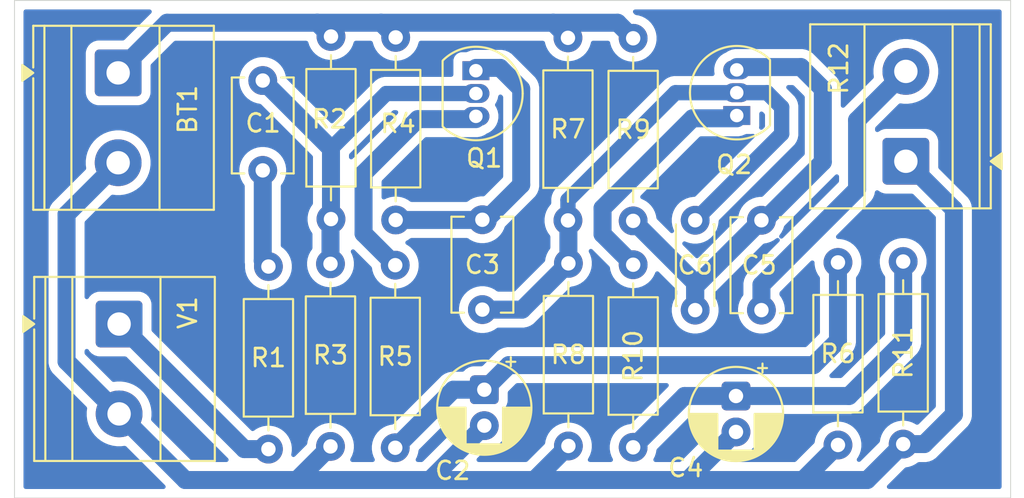
<source format=kicad_pcb>
(kicad_pcb (version 20241229) (generator "pcbnew") (generator_version "9.0")
  (title_block (title "Amplifier"))
  (layers (0 "F.Cu" signal) (2 "B.Cu" signal) (13 "F.Paste" user) (15 "B.Paste" user) (5 "F.SilkS" user "F.Silkscreen") (7 "B.SilkS" user "B.Silkscreen") (1 "F.Mask" user) (3 "B.Mask" user) (25 "Edge.Cuts" user))
  (net 0 "")
  (net 1 "GND")
  (net 2 "Net-(BT1-+)")
  (net 3 "Net-(C1-Pad1)")
  (net 4 "Net-(Q1-B)")
  (net 5 "Net-(C2-Pad1)")
  (net 6 "Net-(Q2-B)")
  (net 7 "Net-(Q1-C)")
  (net 8 "Net-(C4-Pad1)")
  (net 9 "Net-(Q2-C)")
  (net 10 "Net-(C5-Pad1)")
  (net 11 "Net-(Q1-E)")
  (net 12 "Net-(Q2-E)")
  (net 13 "Net-(R1-Pad1)")
  (footprint "Resistor_THT:R_Axial_DIN0207_L6.3mm_D2.5mm_P10.16mm_Horizontal" (layer "F.Cu") (at 105.41 61.697 90)
    (property "Reference" "R9" (at 5.08 0 180) (layer "F.SilkS"))
    (property "Value" "6K")
    (fp_line (start 9.12 0) (end 8.35 0) (stroke (width 0.12)) (layer "F.SilkS"))
    (fp_line (start 1.04 0) (end 1.81 0) (stroke (width 0.12)) (layer "F.SilkS"))
    (fp_rect (start 1.81 -1.37) (end 8.35 1.37) (stroke (width 0.12)) (fill no) (layer "F.SilkS"))
    (pad "1" thru_hole circle (at 0 0 90) (size 1.6 1.6) (drill 0.8) (layers "*.Cu" "*.Mask") (net 9 "Net-(Q2-C)"))
    (pad "2" thru_hole circle (at 10.16 0 90) (size 1.6 1.6) (drill 0.8) (layers "*.Cu" "*.Mask") (net 2 "Net-(BT1-+)"))
  )
  (footprint "Resistor_THT:R_Axial_DIN0207_L6.3mm_D2.5mm_P10.16mm_Horizontal" (layer "F.Cu") (at 88.6125 61.597 90)
    (property "Reference" "R2" (at 5.561 -0.0825 180) (layer "F.SilkS"))
    (property "Value" "25K")
    (fp_line (start 9.12 0) (end 8.35 0) (stroke (width 0.12)) (layer "F.SilkS"))
    (fp_line (start 1.04 0) (end 1.81 0) (stroke (width 0.12)) (layer "F.SilkS"))
    (fp_rect (start 1.81 -1.37) (end 8.35 1.37) (stroke (width 0.12)) (fill no) (layer "F.SilkS"))
    (pad "1" thru_hole circle (at 0 0 90) (size 1.6 1.6) (drill 0.8) (layers "*.Cu" "*.Mask") (net 4 "Net-(Q1-B)"))
    (pad "2" thru_hole circle (at 10.16 0 90) (size 1.6 1.6) (drill 0.8) (layers "*.Cu" "*.Mask") (net 2 "Net-(BT1-+)"))
  )
  (footprint "Capacitor_THT:C_Disc_D5.1mm_W3.2mm_P5.00mm" (layer "F.Cu") (at 97.028 61.635 -90)
    (property "Reference" "C3" (at 2.5 0 0) (layer "F.SilkS"))
    (property "Value" "10 uF")
    (fp_line (start -0.17 1.72) (end -0.17 1.026) (stroke (width 0.12)) (layer "F.SilkS"))
    (fp_line (start 5.17 1.72) (end -0.17 1.72) (stroke (width 0.12)) (layer "F.SilkS"))
    (fp_line (start 5.17 1.026) (end 5.17 1.72) (stroke (width 0.12)) (layer "F.SilkS"))
    (fp_line (start -0.17 -1.026) (end -0.17 -1.72) (stroke (width 0.12)) (layer "F.SilkS"))
    (fp_line (start -0.17 -1.72) (end 5.17 -1.72) (stroke (width 0.12)) (layer "F.SilkS"))
    (fp_line (start 5.17 -1.72) (end 5.17 -1.026) (stroke (width 0.12)) (layer "F.SilkS"))
    (pad "1" thru_hole circle (at 0 0 270) (size 1.6 1.6) (drill 0.8) (layers "*.Cu" "*.Mask") (net 7 "Net-(Q1-C)"))
    (pad "2" thru_hole circle (at 5 0 270) (size 1.6 1.6) (drill 0.8) (layers "*.Cu" "*.Mask") (net 6 "Net-(Q2-B)"))
  )
  (footprint "Capacitor_THT:CP_Radial_D5.0mm_P2.00mm" (layer "F.Cu") (at 97.135 71.092 -90)
    (property "Reference" "C2" (at 4.502 1.758 0) (layer "F.SilkS"))
    (property "Value" "30 uF")
    (fp_line (start 1 1.04) (end 1 2.58) (stroke (width 0.12)) (layer "F.SilkS"))
    (fp_line (start 1.04 1.04) (end 1.04 2.58) (stroke (width 0.12)) (layer "F.SilkS"))
    (fp_line (start 1.08 1.04) (end 1.08 2.579) (stroke (width 0.12)) (layer "F.SilkS"))
    (fp_line (start 1.12 1.04) (end 1.12 2.577) (stroke (width 0.12)) (layer "F.SilkS"))
    (fp_line (start 1.16 1.04) (end 1.16 2.575) (stroke (width 0.12)) (layer "F.SilkS"))
    (fp_line (start 1.2 1.04) (end 1.2 2.572) (stroke (width 0.12)) (layer "F.SilkS"))
    (fp_line (start 1.24 1.04) (end 1.24 2.569) (stroke (width 0.12)) (layer "F.SilkS"))
    (fp_line (start 1.28 1.04) (end 1.28 2.565) (stroke (width 0.12)) (layer "F.SilkS"))
    (fp_line (start 1.32 1.04) (end 1.32 2.56) (stroke (width 0.12)) (layer "F.SilkS"))
    (fp_line (start 1.36 1.04) (end 1.36 2.555) (stroke (width 0.12)) (layer "F.SilkS"))
    (fp_line (start 1.4 1.04) (end 1.4 2.549) (stroke (width 0.12)) (layer "F.SilkS"))
    (fp_line (start 1.44 1.04) (end 1.44 2.543) (stroke (width 0.12)) (layer "F.SilkS"))
    (fp_line (start 1.48 1.04) (end 1.48 2.536) (stroke (width 0.12)) (layer "F.SilkS"))
    (fp_line (start 1.52 1.04) (end 1.52 2.528) (stroke (width 0.12)) (layer "F.SilkS"))
    (fp_line (start 1.56 1.04) (end 1.56 2.519) (stroke (width 0.12)) (layer "F.SilkS"))
    (fp_line (start 1.6 1.04) (end 1.6 2.51) (stroke (width 0.12)) (layer "F.SilkS"))
    (fp_line (start 1.64 1.04) (end 1.64 2.501) (stroke (width 0.12)) (layer "F.SilkS"))
    (fp_line (start 1.68 1.04) (end 1.68 2.49) (stroke (width 0.12)) (layer "F.SilkS"))
    (fp_line (start 1.72 1.04) (end 1.72 2.479) (stroke (width 0.12)) (layer "F.SilkS"))
    (fp_line (start 1.76 1.04) (end 1.76 2.467) (stroke (width 0.12)) (layer "F.SilkS"))
    (fp_line (start 1.8 1.04) (end 1.8 2.455) (stroke (width 0.12)) (layer "F.SilkS"))
    (fp_line (start 1.84 1.04) (end 1.84 2.442) (stroke (width 0.12)) (layer "F.SilkS"))
    (fp_line (start 1.88 1.04) (end 1.88 2.428) (stroke (width 0.12)) (layer "F.SilkS"))
    (fp_line (start 1.92 1.04) (end 1.92 2.413) (stroke (width 0.12)) (layer "F.SilkS"))
    (fp_line (start 1.96 1.04) (end 1.96 2.398) (stroke (width 0.12)) (layer "F.SilkS"))
    (fp_line (start 2 1.04) (end 2 2.382) (stroke (width 0.12)) (layer "F.SilkS"))
    (fp_line (start 2.04 1.04) (end 2.04 2.365) (stroke (width 0.12)) (layer "F.SilkS"))
    (fp_line (start 2.08 1.04) (end 2.08 2.347) (stroke (width 0.12)) (layer "F.SilkS"))
    (fp_line (start 2.12 1.04) (end 2.12 2.329) (stroke (width 0.12)) (layer "F.SilkS"))
    (fp_line (start 2.16 1.04) (end 2.16 2.309) (stroke (width 0.12)) (layer "F.SilkS"))
    (fp_line (start 2.2 1.04) (end 2.2 2.289) (stroke (width 0.12)) (layer "F.SilkS"))
    (fp_line (start 2.24 1.04) (end 2.24 2.268) (stroke (width 0.12)) (layer "F.SilkS"))
    (fp_line (start 2.28 1.04) (end 2.28 2.246) (stroke (width 0.12)) (layer "F.SilkS"))
    (fp_line (start 2.32 1.04) (end 2.32 2.223) (stroke (width 0.12)) (layer "F.SilkS"))
    (fp_line (start 2.36 1.04) (end 2.36 2.199) (stroke (width 0.12)) (layer "F.SilkS"))
    (fp_line (start 2.4 1.04) (end 2.4 2.175) (stroke (width 0.12)) (layer "F.SilkS"))
    (fp_line (start 2.44 1.04) (end 2.44 2.149) (stroke (width 0.12)) (layer "F.SilkS"))
    (fp_line (start 2.48 1.04) (end 2.48 2.122) (stroke (width 0.12)) (layer "F.SilkS"))
    (fp_line (start 2.52 1.04) (end 2.52 2.094) (stroke (width 0.12)) (layer "F.SilkS"))
    (fp_line (start 2.56 1.04) (end 2.56 2.065) (stroke (width 0.12)) (layer "F.SilkS"))
    (fp_line (start 2.6 1.04) (end 2.6 2.035) (stroke (width 0.12)) (layer "F.SilkS"))
    (fp_line (start 2.64 1.04) (end 2.64 2.003) (stroke (width 0.12)) (layer "F.SilkS"))
    (fp_line (start 2.68 1.04) (end 2.68 1.97) (stroke (width 0.12)) (layer "F.SilkS"))
    (fp_line (start 2.72 1.04) (end 2.72 1.936) (stroke (width 0.12)) (layer "F.SilkS"))
    (fp_line (start 2.76 1.04) (end 2.76 1.901) (stroke (width 0.12)) (layer "F.SilkS"))
    (fp_line (start 2.8 1.04) (end 2.8 1.864) (stroke (width 0.12)) (layer "F.SilkS"))
    (fp_line (start 2.84 1.04) (end 2.84 1.825) (stroke (width 0.12)) (layer "F.SilkS"))
    (fp_line (start 2.88 1.04) (end 2.88 1.785) (stroke (width 0.12)) (layer "F.SilkS"))
    (fp_line (start 2.92 1.04) (end 2.92 1.743) (stroke (width 0.12)) (layer "F.SilkS"))
    (fp_line (start 2.96 1.04) (end 2.96 1.699) (stroke (width 0.12)) (layer "F.SilkS"))
    (fp_line (start 3 1.04) (end 3 1.652) (stroke (width 0.12)) (layer "F.SilkS"))
    (fp_line (start 3.6 -0.283) (end 3.6 0.283) (stroke (width 0.12)) (layer "F.SilkS"))
    (fp_line (start 3.56 -0.517) (end 3.56 0.517) (stroke (width 0.12)) (layer "F.SilkS"))
    (fp_line (start 3.52 -0.677) (end 3.52 0.677) (stroke (width 0.12)) (layer "F.SilkS"))
    (fp_line (start 3.48 -0.805) (end 3.48 0.805) (stroke (width 0.12)) (layer "F.SilkS"))
    (fp_line (start 3.44 -0.914) (end 3.44 0.914) (stroke (width 0.12)) (layer "F.SilkS"))
    (fp_line (start 3.4 -1.011) (end 3.4 1.011) (stroke (width 0.12)) (layer "F.SilkS"))
    (fp_line (start 3.36 -1.098) (end 3.36 1.098) (stroke (width 0.12)) (layer "F.SilkS"))
    (fp_line (start 3.32 -1.177) (end 3.32 1.177) (stroke (width 0.12)) (layer "F.SilkS"))
    (fp_line (start 3.28 -1.251) (end 3.28 1.251) (stroke (width 0.12)) (layer "F.SilkS"))
    (fp_line (start 3.24 -1.319) (end 3.24 1.319) (stroke (width 0.12)) (layer "F.SilkS"))
    (fp_line (start 3.2 -1.383) (end 3.2 1.383) (stroke (width 0.12)) (layer "F.SilkS"))
    (fp_line (start 3.16 -1.443) (end 3.16 1.443) (stroke (width 0.12)) (layer "F.SilkS"))
    (fp_line (start -1.804775 -1.475) (end -1.304775 -1.475) (stroke (width 0.12)) (layer "F.SilkS"))
    (fp_line (start 3.12 -1.499) (end 3.12 1.499) (stroke (width 0.12)) (layer "F.SilkS"))
    (fp_line (start 3.08 -1.553) (end 3.08 1.553) (stroke (width 0.12)) (layer "F.SilkS"))
    (fp_line (start 3.04 -1.604) (end 3.04 1.604) (stroke (width 0.12)) (layer "F.SilkS"))
    (fp_line (start 3 -1.652) (end 3 -1.04) (stroke (width 0.12)) (layer "F.SilkS"))
    (fp_line (start 2.96 -1.699) (end 2.96 -1.04) (stroke (width 0.12)) (layer "F.SilkS"))
    (fp_line (start -1.554775 -1.725) (end -1.554775 -1.225) (stroke (width 0.12)) (layer "F.SilkS"))
    (fp_line (start 2.92 -1.743) (end 2.92 -1.04) (stroke (width 0.12)) (layer "F.SilkS"))
    (fp_line (start 2.88 -1.785) (end 2.88 -1.04) (stroke (width 0.12)) (layer "F.SilkS"))
    (fp_line (start 2.84 -1.825) (end 2.84 -1.04) (stroke (width 0.12)) (layer "F.SilkS"))
    (fp_line (start 2.8 -1.864) (end 2.8 -1.04) (stroke (width 0.12)) (layer "F.SilkS"))
    (fp_line (start 2.76 -1.901) (end 2.76 -1.04) (stroke (width 0.12)) (layer "F.SilkS"))
    (fp_line (start 2.72 -1.936) (end 2.72 -1.04) (stroke (width 0.12)) (layer "F.SilkS"))
    (fp_line (start 2.68 -1.97) (end 2.68 -1.04) (stroke (width 0.12)) (layer "F.SilkS"))
    (fp_line (start 2.64 -2.003) (end 2.64 -1.04) (stroke (width 0.12)) (layer "F.SilkS"))
    (fp_line (start 2.6 -2.035) (end 2.6 -1.04) (stroke (width 0.12)) (layer "F.SilkS"))
    (fp_line (start 2.56 -2.065) (end 2.56 -1.04) (stroke (width 0.12)) (layer "F.SilkS"))
    (fp_line (start 2.52 -2.094) (end 2.52 -1.04) (stroke (width 0.12)) (layer "F.SilkS"))
    (fp_line (start 2.48 -2.122) (end 2.48 -1.04) (stroke (width 0.12)) (layer "F.SilkS"))
    (fp_line (start 2.44 -2.149) (end 2.44 -1.04) (stroke (width 0.12)) (layer "F.SilkS"))
    (fp_line (start 2.4 -2.175) (end 2.4 -1.04) (stroke (width 0.12)) (layer "F.SilkS"))
    (fp_line (start 2.36 -2.199) (end 2.36 -1.04) (stroke (width 0.12)) (layer "F.SilkS"))
    (fp_line (start 2.32 -2.223) (end 2.32 -1.04) (stroke (width 0.12)) (layer "F.SilkS"))
    (fp_line (start 2.28 -2.246) (end 2.28 -1.04) (stroke (width 0.12)) (layer "F.SilkS"))
    (fp_line (start 2.24 -2.268) (end 2.24 -1.04) (stroke (width 0.12)) (layer "F.SilkS"))
    (fp_line (start 2.2 -2.289) (end 2.2 -1.04) (stroke (width 0.12)) (layer "F.SilkS"))
    (fp_line (start 2.16 -2.309) (end 2.16 -1.04) (stroke (width 0.12)) (layer "F.SilkS"))
    (fp_line (start 2.12 -2.329) (end 2.12 -1.04) (stroke (width 0.12)) (layer "F.SilkS"))
    (fp_line (start 2.08 -2.347) (end 2.08 -1.04) (stroke (width 0.12)) (layer "F.SilkS"))
    (fp_line (start 2.04 -2.365) (end 2.04 -1.04) (stroke (width 0.12)) (layer "F.SilkS"))
    (fp_line (start 2 -2.382) (end 2 -1.04) (stroke (width 0.12)) (layer "F.SilkS"))
    (fp_line (start 1.96 -2.398) (end 1.96 -1.04) (stroke (width 0.12)) (layer "F.SilkS"))
    (fp_line (start 1.92 -2.413) (end 1.92 -1.04) (stroke (width 0.12)) (layer "F.SilkS"))
    (fp_line (start 1.88 -2.428) (end 1.88 -1.04) (stroke (width 0.12)) (layer "F.SilkS"))
    (fp_line (start 1.84 -2.442) (end 1.84 -1.04) (stroke (width 0.12)) (layer "F.SilkS"))
    (fp_line (start 1.8 -2.455) (end 1.8 -1.04) (stroke (width 0.12)) (layer "F.SilkS"))
    (fp_line (start 1.76 -2.467) (end 1.76 -1.04) (stroke (width 0.12)) (layer "F.SilkS"))
    (fp_line (start 1.72 -2.479) (end 1.72 -1.04) (stroke (width 0.12)) (layer "F.SilkS"))
    (fp_line (start 1.68 -2.49) (end 1.68 -1.04) (stroke (width 0.12)) (layer "F.SilkS"))
    (fp_line (start 1.64 -2.501) (end 1.64 -1.04) (stroke (width 0.12)) (layer "F.SilkS"))
    (fp_line (start 1.6 -2.51) (end 1.6 -1.04) (stroke (width 0.12)) (layer "F.SilkS"))
    (fp_line (start 1.56 -2.519) (end 1.56 -1.04) (stroke (width 0.12)) (layer "F.SilkS"))
    (fp_line (start 1.52 -2.528) (end 1.52 -1.04) (stroke (width 0.12)) (layer "F.SilkS"))
    (fp_line (start 1.48 -2.536) (end 1.48 -1.04) (stroke (width 0.12)) (layer "F.SilkS"))
    (fp_line (start 1.44 -2.543) (end 1.44 -1.04) (stroke (width 0.12)) (layer "F.SilkS"))
    (fp_line (start 1.4 -2.549) (end 1.4 -1.04) (stroke (width 0.12)) (layer "F.SilkS"))
    (fp_line (start 1.36 -2.555) (end 1.36 -1.04) (stroke (width 0.12)) (layer "F.SilkS"))
    (fp_line (start 1.32 -2.56) (end 1.32 -1.04) (stroke (width 0.12)) (layer "F.SilkS"))
    (fp_line (start 1.28 -2.565) (end 1.28 -1.04) (stroke (width 0.12)) (layer "F.SilkS"))
    (fp_line (start 1.24 -2.569) (end 1.24 -1.04) (stroke (width 0.12)) (layer "F.SilkS"))
    (fp_line (start 1.2 -2.572) (end 1.2 -1.04) (stroke (width 0.12)) (layer "F.SilkS"))
    (fp_line (start 1.16 -2.575) (end 1.16 -1.04) (stroke (width 0.12)) (layer "F.SilkS"))
    (fp_line (start 1.12 -2.577) (end 1.12 -1.04) (stroke (width 0.12)) (layer "F.SilkS"))
    (fp_line (start 1.08 -2.579) (end 1.08 -1.04) (stroke (width 0.12)) (layer "F.SilkS"))
    (fp_line (start 1 -2.58) (end 1 -1.04) (stroke (width 0.12)) (layer "F.SilkS"))
    (fp_line (start 1.04 -2.58) (end 1.04 -1.04) (stroke (width 0.12)) (layer "F.SilkS"))
    (fp_circle (center 1 0) (end 3.62 0) (stroke (width 0.12)) (fill no) (layer "F.SilkS"))
    (pad "1" thru_hole roundrect (at 0 0 270) (size 1.6 1.6) (drill 0.8) (layers "*.Cu" "*.Mask") (roundrect_rratio 0.15625) (net 5 "Net-(C2-Pad1)"))
    (pad "2" thru_hole circle (at 2 0 270) (size 1.6 1.6) (drill 0.8) (layers "*.Cu" "*.Mask") (net 1 "GND"))
  )
  (footprint "TerminalBlock_Phoenix:TerminalBlock_Phoenix_MKDS-1,5-2_1x02_P5.00mm_Horizontal" (layer "F.Cu") (at 76.835 67.437 -90)
    (property "Reference" "V1" (at -0.635 -3.81 90) (layer "F.SilkS"))
    (property "Value" "VSIN")
    (fp_line (start -2.62 4.72) (end -2.62 -5.32) (stroke (width 0.12)) (layer "F.SilkS"))
    (fp_line (start -0.3 4.72) (end -2.62 4.72) (stroke (width 0.12)) (layer "F.SilkS"))
    (fp_line (start 7.62 4.72) (end 0.3 4.72) (stroke (width 0.12)) (layer "F.SilkS"))
    (fp_line (start -2.62 4.1) (end 7.62 4.1) (stroke (width 0.12)) (layer "F.SilkS"))
    (fp_line (start -2.62 2.6) (end 7.62 2.6) (stroke (width 0.12)) (layer "F.SilkS"))
    (fp_line (start -2.62 -2.3) (end 7.62 -2.3) (stroke (width 0.12)) (layer "F.SilkS"))
    (fp_line (start -2.62 -5.32) (end 7.62 -5.32) (stroke (width 0.12)) (layer "F.SilkS"))
    (fp_line (start 7.62 -5.32) (end 7.62 4.72) (stroke (width 0.12)) (layer "F.SilkS"))
    (fp_poly (pts (xy 0 4.72) (xy 0.44 5.33) (xy -0.44 5.33)) (stroke (width 0.12)) (fill yes) (layer "F.SilkS"))
    (pad "1" thru_hole roundrect (at 0 0 270) (size 2.6 2.6) (drill 1.3) (layers "*.Cu" "*.Mask") (roundrect_rratio 0.096154) (net 13 "Net-(R1-Pad1)"))
    (pad "2" thru_hole circle (at 5 0 270) (size 2.6 2.6) (drill 1.3) (layers "*.Cu" "*.Mask") (net 1 "GND"))
  )
  (footprint "Resistor_THT:R_Axial_DIN0207_L6.3mm_D2.5mm_P10.16mm_Horizontal" (layer "F.Cu") (at 92.21 61.647 90)
    (property "Reference" "R4" (at 5.357 0.13 180) (layer "F.SilkS"))
    (property "Value" "3K")
    (fp_line (start 9.12 0) (end 8.35 0) (stroke (width 0.12)) (layer "F.SilkS"))
    (fp_line (start 1.04 0) (end 1.81 0) (stroke (width 0.12)) (layer "F.SilkS"))
    (fp_rect (start 1.81 -1.37) (end 8.35 1.37) (stroke (width 0.12)) (fill no) (layer "F.SilkS"))
    (pad "1" thru_hole circle (at 0 0 90) (size 1.6 1.6) (drill 0.8) (layers "*.Cu" "*.Mask") (net 7 "Net-(Q1-C)"))
    (pad "2" thru_hole circle (at 10.16 0 90) (size 1.6 1.6) (drill 0.8) (layers "*.Cu" "*.Mask") (net 2 "Net-(BT1-+)"))
  )
  (footprint "Resistor_THT:R_Axial_DIN0207_L6.3mm_D2.5mm_P10.16mm_Horizontal" (layer "F.Cu") (at 92.185 74.322 90)
    (property "Reference" "R5" (at 5.08 0 180) (layer "F.SilkS"))
    (property "Value" "150R")
    (fp_line (start 9.12 0) (end 8.35 0) (stroke (width 0.12)) (layer "F.SilkS"))
    (fp_line (start 1.04 0) (end 1.81 0) (stroke (width 0.12)) (layer "F.SilkS"))
    (fp_rect (start 1.81 -1.37) (end 8.35 1.37) (stroke (width 0.12)) (fill no) (layer "F.SilkS"))
    (pad "1" thru_hole circle (at 0 0 90) (size 1.6 1.6) (drill 0.8) (layers "*.Cu" "*.Mask") (net 5 "Net-(C2-Pad1)"))
    (pad "2" thru_hole circle (at 10.16 0 90) (size 1.6 1.6) (drill 0.8) (layers "*.Cu" "*.Mask") (net 11 "Net-(Q1-E)"))
  )
  (footprint "Resistor_THT:R_Axial_DIN0207_L6.3mm_D2.5mm_P10.16mm_Horizontal" (layer "F.Cu") (at 101.785 61.672 90)
    (property "Reference" "R7" (at 5.08 0 180) (layer "F.SilkS"))
    (property "Value" "100K")
    (fp_line (start 9.12 0) (end 8.35 0) (stroke (width 0.12)) (layer "F.SilkS"))
    (fp_line (start 1.04 0) (end 1.81 0) (stroke (width 0.12)) (layer "F.SilkS"))
    (fp_rect (start 1.81 -1.37) (end 8.35 1.37) (stroke (width 0.12)) (fill no) (layer "F.SilkS"))
    (pad "1" thru_hole circle (at 0 0 90) (size 1.6 1.6) (drill 0.8) (layers "*.Cu" "*.Mask") (net 6 "Net-(Q2-B)"))
    (pad "2" thru_hole circle (at 10.16 0 90) (size 1.6 1.6) (drill 0.8) (layers "*.Cu" "*.Mask") (net 2 "Net-(BT1-+)"))
  )
  (footprint "Package_TO_SOT_THT:TO-92_Inline" (layer "F.Cu") (at 96.668 53.34 -90)
    (property "Reference" "Q1" (at 4.87 -0.46 180) (layer "F.SilkS"))
    (property "Value" "BC547")
    (fp_line (start -0.53 1.85) (end 3.07 1.85) (stroke (width 0.12)) (layer "F.SilkS"))
    (fp_arc (start -0.568478 1.838478) (mid -1.132087 -0.994977) (end 1.27 -2.6) (stroke (width 0.12)) (layer "F.SilkS"))
    (fp_arc (start 1.27 -2.6) (mid 3.672087 -0.994977) (end 3.108478 1.838478) (stroke (width 0.12)) (layer "F.SilkS"))
    (pad "1" thru_hole rect (at 0 0 270) (size 1.05 1.5) (drill 0.75) (layers "*.Cu" "*.Mask") (net 7 "Net-(Q1-C)"))
    (pad "2" thru_hole oval (at 1.27 0 270) (size 1.05 1.5) (drill 0.75) (layers "*.Cu" "*.Mask") (net 4 "Net-(Q1-B)"))
    (pad "3" thru_hole oval (at 2.54 0 270) (size 1.05 1.5) (drill 0.75) (layers "*.Cu" "*.Mask") (net 11 "Net-(Q1-E)"))
  )
  (footprint "Resistor_THT:R_Axial_DIN0207_L6.3mm_D2.5mm_P10.16mm_Horizontal" (layer "F.Cu") (at 88.585 74.247 90)
    (property "Reference" "R3" (at 5.08 0 180) (layer "F.SilkS"))
    (property "Value" "4K5")
    (fp_line (start 9.12 0) (end 8.35 0) (stroke (width 0.12)) (layer "F.SilkS"))
    (fp_line (start 1.04 0) (end 1.81 0) (stroke (width 0.12)) (layer "F.SilkS"))
    (fp_rect (start 1.81 -1.37) (end 8.35 1.37) (stroke (width 0.12)) (fill no) (layer "F.SilkS"))
    (pad "1" thru_hole circle (at 0 0 90) (size 1.6 1.6) (drill 0.8) (layers "*.Cu" "*.Mask") (net 1 "GND"))
    (pad "2" thru_hole circle (at 10.16 0 90) (size 1.6 1.6) (drill 0.8) (layers "*.Cu" "*.Mask") (net 4 "Net-(Q1-B)"))
  )
  (footprint "Capacitor_THT:C_Disc_D5.1mm_W3.2mm_P5.00mm" (layer "F.Cu") (at 112.54 66.663 90)
    (property "Reference" "C5" (at 2.5 -0.127 180) (layer "F.SilkS"))
    (property "Value" "10 uF")
    (fp_line (start 5.17 -1.72) (end 5.17 -1.026) (stroke (width 0.12)) (layer "F.SilkS"))
    (fp_line (start -0.17 -1.72) (end 5.17 -1.72) (stroke (width 0.12)) (layer "F.SilkS"))
    (fp_line (start -0.17 -1.026) (end -0.17 -1.72) (stroke (width 0.12)) (layer "F.SilkS"))
    (fp_line (start 5.17 1.026) (end 5.17 1.72) (stroke (width 0.12)) (layer "F.SilkS"))
    (fp_line (start 5.17 1.72) (end -0.17 1.72) (stroke (width 0.12)) (layer "F.SilkS"))
    (fp_line (start -0.17 1.72) (end -0.17 1.026) (stroke (width 0.12)) (layer "F.SilkS"))
    (pad "1" thru_hole circle (at 0 0 90) (size 1.6 1.6) (drill 0.8) (layers "*.Cu" "*.Mask") (net 10 "Net-(C5-Pad1)"))
    (pad "2" thru_hole circle (at 5 0 90) (size 1.6 1.6) (drill 0.8) (layers "*.Cu" "*.Mask") (net 9 "Net-(Q2-C)"))
  )
  (footprint "Resistor_THT:R_Axial_DIN0207_L6.3mm_D2.5mm_P10.16mm_Horizontal" (layer "F.Cu") (at 101.81 74.222 90)
    (property "Reference" "R8" (at 5.08 0 180) (layer "F.SilkS"))
    (property "Value" "55K")
    (fp_line (start 9.12 0) (end 8.35 0) (stroke (width 0.12)) (layer "F.SilkS"))
    (fp_line (start 1.04 0) (end 1.81 0) (stroke (width 0.12)) (layer "F.SilkS"))
    (fp_rect (start 1.81 -1.37) (end 8.35 1.37) (stroke (width 0.12)) (fill no) (layer "F.SilkS"))
    (pad "1" thru_hole circle (at 0 0 90) (size 1.6 1.6) (drill 0.8) (layers "*.Cu" "*.Mask") (net 1 "GND"))
    (pad "2" thru_hole circle (at 10.16 0 90) (size 1.6 1.6) (drill 0.8) (layers "*.Cu" "*.Mask") (net 6 "Net-(Q2-B)"))
  )
  (footprint "Resistor_THT:R_Axial_DIN0207_L6.3mm_D2.5mm_P10.16mm_Horizontal" (layer "F.Cu") (at 105.41 74.297 90)
    (property "Reference" "R10" (at 5.08 0 270) (layer "F.SilkS"))
    (property "Value" "150R")
    (fp_line (start 9.12 0) (end 8.35 0) (stroke (width 0.12)) (layer "F.SilkS"))
    (fp_line (start 1.04 0) (end 1.81 0) (stroke (width 0.12)) (layer "F.SilkS"))
    (fp_rect (start 1.81 -1.37) (end 8.35 1.37) (stroke (width 0.12)) (fill no) (layer "F.SilkS"))
    (pad "1" thru_hole circle (at 0 0 90) (size 1.6 1.6) (drill 0.8) (layers "*.Cu" "*.Mask") (net 8 "Net-(C4-Pad1)"))
    (pad "2" thru_hole circle (at 10.16 0 90) (size 1.6 1.6) (drill 0.8) (layers "*.Cu" "*.Mask") (net 12 "Net-(Q2-E)"))
  )
  (footprint "Resistor_THT:R_Axial_DIN0207_L6.3mm_D2.5mm_P10.16mm_Horizontal" (layer "F.Cu") (at 116.7945 74.168 90)
    (property "Reference" "R6" (at 5.08 0 180) (layer "F.SilkS"))
    (property "Value" "350R")
    (fp_line (start 9.12 0) (end 8.35 0) (stroke (width 0.12)) (layer "F.SilkS"))
    (fp_line (start 1.04 0) (end 1.81 0) (stroke (width 0.12)) (layer "F.SilkS"))
    (fp_rect (start 1.81 -1.37) (end 8.35 1.37) (stroke (width 0.12)) (fill no) (layer "F.SilkS"))
    (pad "1" thru_hole circle (at 0 0 90) (size 1.6 1.6) (drill 0.8) (layers "*.Cu" "*.Mask") (net 1 "GND"))
    (pad "2" thru_hole circle (at 10.16 0 90) (size 1.6 1.6) (drill 0.8) (layers "*.Cu" "*.Mask") (net 5 "Net-(C2-Pad1)"))
  )
  (footprint "Capacitor_THT:C_Disc_D5.1mm_W3.2mm_P5.00mm" (layer "F.Cu") (at 84.82 58.888 90)
    (property "Reference" "C1" (at 2.627 0.016 180) (layer "F.SilkS"))
    (property "Value" "10 uF")
    (fp_line (start 5.17 -1.72) (end 5.17 -1.026) (stroke (width 0.12)) (layer "F.SilkS"))
    (fp_line (start -0.17 -1.72) (end 5.17 -1.72) (stroke (width 0.12)) (layer "F.SilkS"))
    (fp_line (start -0.17 -1.026) (end -0.17 -1.72) (stroke (width 0.12)) (layer "F.SilkS"))
    (fp_line (start 5.17 1.026) (end 5.17 1.72) (stroke (width 0.12)) (layer "F.SilkS"))
    (fp_line (start 5.17 1.72) (end -0.17 1.72) (stroke (width 0.12)) (layer "F.SilkS"))
    (fp_line (start -0.17 1.72) (end -0.17 1.026) (stroke (width 0.12)) (layer "F.SilkS"))
    (pad "1" thru_hole circle (at 0 0 90) (size 1.6 1.6) (drill 0.8) (layers "*.Cu" "*.Mask") (net 3 "Net-(C1-Pad1)"))
    (pad "2" thru_hole circle (at 5 0 90) (size 1.6 1.6) (drill 0.8) (layers "*.Cu" "*.Mask") (net 4 "Net-(Q1-B)"))
  )
  (footprint "TerminalBlock_Phoenix:TerminalBlock_Phoenix_MKDS-1,5-2_1x02_P5.00mm_Horizontal" (layer "F.Cu") (at 120.5685 58.38 90)
    (property "Reference" "R12" (at 5.167 -3.7285 270) (layer "F.SilkS"))
    (property "Value" "4K7")
    (fp_line (start 7.62 -5.32) (end 7.62 4.72) (stroke (width 0.12)) (layer "F.SilkS"))
    (fp_line (start -2.62 -5.32) (end 7.62 -5.32) (stroke (width 0.12)) (layer "F.SilkS"))
    (fp_line (start -2.62 -2.3) (end 7.62 -2.3) (stroke (width 0.12)) (layer "F.SilkS"))
    (fp_line (start -2.62 2.6) (end 7.62 2.6) (stroke (width 0.12)) (layer "F.SilkS"))
    (fp_line (start -2.62 4.1) (end 7.62 4.1) (stroke (width 0.12)) (layer "F.SilkS"))
    (fp_line (start 7.62 4.72) (end 0.3 4.72) (stroke (width 0.12)) (layer "F.SilkS"))
    (fp_line (start -0.3 4.72) (end -2.62 4.72) (stroke (width 0.12)) (layer "F.SilkS"))
    (fp_line (start -2.62 4.72) (end -2.62 -5.32) (stroke (width 0.12)) (layer "F.SilkS"))
    (fp_poly (pts (xy 0 4.72) (xy 0.44 5.33) (xy -0.44 5.33)) (stroke (width 0.12)) (fill yes) (layer "F.SilkS"))
    (pad "1" thru_hole roundrect (at 0 0 90) (size 2.6 2.6) (drill 1.3) (layers "*.Cu" "*.Mask") (roundrect_rratio 0.096154) (net 1 "GND"))
    (pad "2" thru_hole circle (at 5 0 90) (size 2.6 2.6) (drill 1.3) (layers "*.Cu" "*.Mask") (net 10 "Net-(C5-Pad1)"))
  )
  (footprint "Resistor_THT:R_Axial_DIN0207_L6.3mm_D2.5mm_P10.16mm_Horizontal" (layer "F.Cu") (at 120.4195 74.118 90)
    (property "Reference" "R11" (at 5.08 0 270) (layer "F.SilkS"))
    (property "Value" "2K85")
    (fp_line (start 9.12 0) (end 8.35 0) (stroke (width 0.12)) (layer "F.SilkS"))
    (fp_line (start 1.04 0) (end 1.81 0) (stroke (width 0.12)) (layer "F.SilkS"))
    (fp_rect (start 1.81 -1.37) (end 8.35 1.37) (stroke (width 0.12)) (fill no) (layer "F.SilkS"))
    (pad "1" thru_hole circle (at 0 0 90) (size 1.6 1.6) (drill 0.8) (layers "*.Cu" "*.Mask") (net 1 "GND"))
    (pad "2" thru_hole circle (at 10.16 0 90) (size 1.6 1.6) (drill 0.8) (layers "*.Cu" "*.Mask") (net 8 "Net-(C4-Pad1)"))
  )
  (footprint "Package_TO_SOT_THT:TO-92_Inline" (layer "F.Cu") (at 111.168 55.835 90)
    (property "Reference" "Q2" (at -2.735 -0.15 180) (layer "F.SilkS"))
    (property "Value" "2N3904")
    (fp_line (start -0.53 1.85) (end 3.07 1.85) (stroke (width 0.12)) (layer "F.SilkS"))
    (fp_arc (start 1.27 -2.6) (mid 3.672087 -0.994977) (end 3.108478 1.838478) (stroke (width 0.12)) (layer "F.SilkS"))
    (fp_arc (start -0.568478 1.838478) (mid -1.132087 -0.994977) (end 1.27 -2.6) (stroke (width 0.12)) (layer "F.SilkS"))
    (pad "1" thru_hole rect (at 0 0 90) (size 1.05 1.5) (drill 0.75) (layers "*.Cu" "*.Mask") (net 12 "Net-(Q2-E)"))
    (pad "2" thru_hole oval (at 1.27 0 90) (size 1.05 1.5) (drill 0.75) (layers "*.Cu" "*.Mask") (net 6 "Net-(Q2-B)"))
    (pad "3" thru_hole oval (at 2.54 0 90) (size 1.05 1.5) (drill 0.75) (layers "*.Cu" "*.Mask") (net 9 "Net-(Q2-C)"))
  )
  (footprint "TerminalBlock_Phoenix:TerminalBlock_Phoenix_MKDS-1,5-2_1x02_P5.00mm_Horizontal" (layer "F.Cu") (at 76.7825 53.462 -90)
    (property "Reference" "BT1" (at 2.037 -3.8625 90) (layer "F.SilkS"))
    (property "Value" "12V")
    (fp_line (start -2.62 4.72) (end -2.62 -5.32) (stroke (width 0.12)) (layer "F.SilkS"))
    (fp_line (start -0.3 4.72) (end -2.62 4.72) (stroke (width 0.12)) (layer "F.SilkS"))
    (fp_line (start 7.62 4.72) (end 0.3 4.72) (stroke (width 0.12)) (layer "F.SilkS"))
    (fp_line (start -2.62 4.1) (end 7.62 4.1) (stroke (width 0.12)) (layer "F.SilkS"))
    (fp_line (start -2.62 2.6) (end 7.62 2.6) (stroke (width 0.12)) (layer "F.SilkS"))
    (fp_line (start -2.62 -2.3) (end 7.62 -2.3) (stroke (width 0.12)) (layer "F.SilkS"))
    (fp_line (start -2.62 -5.32) (end 7.62 -5.32) (stroke (width 0.12)) (layer "F.SilkS"))
    (fp_line (start 7.62 -5.32) (end 7.62 4.72) (stroke (width 0.12)) (layer "F.SilkS"))
    (fp_poly (pts (xy 0 4.72) (xy 0.44 5.33) (xy -0.44 5.33)) (stroke (width 0.12)) (fill yes) (layer "F.SilkS"))
    (pad "1" thru_hole roundrect (at 0 0 270) (size 2.6 2.6) (drill 1.3) (layers "*.Cu" "*.Mask") (roundrect_rratio 0.096154) (net 2 "Net-(BT1-+)"))
    (pad "2" thru_hole circle (at 5 0 270) (size 2.6 2.6) (drill 1.3) (layers "*.Cu" "*.Mask") (net 1 "GND"))
  )
  (footprint "Capacitor_THT:C_Disc_D4.3mm_W1.9mm_P5.00mm" (layer "F.Cu") (at 108.857 66.663 90)
    (property "Reference" "C6" (at 2.5 0 180) (layer "F.SilkS"))
    (property "Value" "180 uF")
    (fp_line (start 0.23 -1.07) (end 4.77 -1.07) (stroke (width 0.12)) (layer "F.SilkS"))
    (fp_line (start 0.23 -1.014) (end 0.23 -1.07) (stroke (width 0.12)) (layer "F.SilkS"))
    (fp_line (start 4.77 1.014) (end 4.77 1.07) (stroke (width 0.12)) (layer "F.SilkS"))
    (fp_line (start 4.77 1.07) (end 0.23 1.07) (stroke (width 0.12)) (layer "F.SilkS"))
    (pad "1" thru_hole circle (at 0 0 90) (size 1.6 1.6) (drill 0.8) (layers "*.Cu" "*.Mask") (net 9 "Net-(Q2-C)"))
    (pad "2" thru_hole circle (at 5 0 90) (size 1.6 1.6) (drill 0.8) (layers "*.Cu" "*.Mask") (net 6 "Net-(Q2-B)"))
  )
  (footprint "Capacitor_THT:CP_Radial_D5.0mm_P2.00mm" (layer "F.Cu") (at 111.125 71.441888 -90)
    (property "Reference" "C4" (at 3.996112 2.794 0) (layer "F.SilkS"))
    (property "Value" "30 uF")
    (fp_line (start 1 1.04) (end 1 2.58) (stroke (width 0.12)) (layer "F.SilkS"))
    (fp_line (start 1.04 1.04) (end 1.04 2.58) (stroke (width 0.12)) (layer "F.SilkS"))
    (fp_line (start 1.08 1.04) (end 1.08 2.579) (stroke (width 0.12)) (layer "F.SilkS"))
    (fp_line (start 1.12 1.04) (end 1.12 2.577) (stroke (width 0.12)) (layer "F.SilkS"))
    (fp_line (start 1.16 1.04) (end 1.16 2.575) (stroke (width 0.12)) (layer "F.SilkS"))
    (fp_line (start 1.2 1.04) (end 1.2 2.572) (stroke (width 0.12)) (layer "F.SilkS"))
    (fp_line (start 1.24 1.04) (end 1.24 2.569) (stroke (width 0.12)) (layer "F.SilkS"))
    (fp_line (start 1.28 1.04) (end 1.28 2.565) (stroke (width 0.12)) (layer "F.SilkS"))
    (fp_line (start 1.32 1.04) (end 1.32 2.56) (stroke (width 0.12)) (layer "F.SilkS"))
    (fp_line (start 1.36 1.04) (end 1.36 2.555) (stroke (width 0.12)) (layer "F.SilkS"))
    (fp_line (start 1.4 1.04) (end 1.4 2.549) (stroke (width 0.12)) (layer "F.SilkS"))
    (fp_line (start 1.44 1.04) (end 1.44 2.543) (stroke (width 0.12)) (layer "F.SilkS"))
    (fp_line (start 1.48 1.04) (end 1.48 2.536) (stroke (width 0.12)) (layer "F.SilkS"))
    (fp_line (start 1.52 1.04) (end 1.52 2.528) (stroke (width 0.12)) (layer "F.SilkS"))
    (fp_line (start 1.56 1.04) (end 1.56 2.519) (stroke (width 0.12)) (layer "F.SilkS"))
    (fp_line (start 1.6 1.04) (end 1.6 2.51) (stroke (width 0.12)) (layer "F.SilkS"))
    (fp_line (start 1.64 1.04) (end 1.64 2.501) (stroke (width 0.12)) (layer "F.SilkS"))
    (fp_line (start 1.68 1.04) (end 1.68 2.49) (stroke (width 0.12)) (layer "F.SilkS"))
    (fp_line (start 1.72 1.04) (end 1.72 2.479) (stroke (width 0.12)) (layer "F.SilkS"))
    (fp_line (start 1.76 1.04) (end 1.76 2.467) (stroke (width 0.12)) (layer "F.SilkS"))
    (fp_line (start 1.8 1.04) (end 1.8 2.455) (stroke (width 0.12)) (layer "F.SilkS"))
    (fp_line (start 1.84 1.04) (end 1.84 2.442) (stroke (width 0.12)) (layer "F.SilkS"))
    (fp_line (start 1.88 1.04) (end 1.88 2.428) (stroke (width 0.12)) (layer "F.SilkS"))
    (fp_line (start 1.92 1.04) (end 1.92 2.413) (stroke (width 0.12)) (layer "F.SilkS"))
    (fp_line (start 1.96 1.04) (end 1.96 2.398) (stroke (width 0.12)) (layer "F.SilkS"))
    (fp_line (start 2 1.04) (end 2 2.382) (stroke (width 0.12)) (layer "F.SilkS"))
    (fp_line (start 2.04 1.04) (end 2.04 2.365) (stroke (width 0.12)) (layer "F.SilkS"))
    (fp_line (start 2.08 1.04) (end 2.08 2.347) (stroke (width 0.12)) (layer "F.SilkS"))
    (fp_line (start 2.12 1.04) (end 2.12 2.329) (stroke (width 0.12)) (layer "F.SilkS"))
    (fp_line (start 2.16 1.04) (end 2.16 2.309) (stroke (width 0.12)) (layer "F.SilkS"))
    (fp_line (start 2.2 1.04) (end 2.2 2.289) (stroke (width 0.12)) (layer "F.SilkS"))
    (fp_line (start 2.24 1.04) (end 2.24 2.268) (stroke (width 0.12)) (layer "F.SilkS"))
    (fp_line (start 2.28 1.04) (end 2.28 2.246) (stroke (width 0.12)) (layer "F.SilkS"))
    (fp_line (start 2.32 1.04) (end 2.32 2.223) (stroke (width 0.12)) (layer "F.SilkS"))
    (fp_line (start 2.36 1.04) (end 2.36 2.199) (stroke (width 0.12)) (layer "F.SilkS"))
    (fp_line (start 2.4 1.04) (end 2.4 2.175) (stroke (width 0.12)) (layer "F.SilkS"))
    (fp_line (start 2.44 1.04) (end 2.44 2.149) (stroke (width 0.12)) (layer "F.SilkS"))
    (fp_line (start 2.48 1.04) (end 2.48 2.122) (stroke (width 0.12)) (layer "F.SilkS"))
    (fp_line (start 2.52 1.04) (end 2.52 2.094) (stroke (width 0.12)) (layer "F.SilkS"))
    (fp_line (start 2.56 1.04) (end 2.56 2.065) (stroke (width 0.12)) (layer "F.SilkS"))
    (fp_line (start 2.6 1.04) (end 2.6 2.035) (stroke (width 0.12)) (layer "F.SilkS"))
    (fp_line (start 2.64 1.04) (end 2.64 2.003) (stroke (width 0.12)) (layer "F.SilkS"))
    (fp_line (start 2.68 1.04) (end 2.68 1.97) (stroke (width 0.12)) (layer "F.SilkS"))
    (fp_line (start 2.72 1.04) (end 2.72 1.936) (stroke (width 0.12)) (layer "F.SilkS"))
    (fp_line (start 2.76 1.04) (end 2.76 1.901) (stroke (width 0.12)) (layer "F.SilkS"))
    (fp_line (start 2.8 1.04) (end 2.8 1.864) (stroke (width 0.12)) (layer "F.SilkS"))
    (fp_line (start 2.84 1.04) (end 2.84 1.825) (stroke (width 0.12)) (layer "F.SilkS"))
    (fp_line (start 2.88 1.04) (end 2.88 1.785) (stroke (width 0.12)) (layer "F.SilkS"))
    (fp_line (start 2.92 1.04) (end 2.92 1.743) (stroke (width 0.12)) (layer "F.SilkS"))
    (fp_line (start 2.96 1.04) (end 2.96 1.699) (stroke (width 0.12)) (layer "F.SilkS"))
    (fp_line (start 3 1.04) (end 3 1.652) (stroke (width 0.12)) (layer "F.SilkS"))
    (fp_line (start 3.6 -0.283) (end 3.6 0.283) (stroke (width 0.12)) (layer "F.SilkS"))
    (fp_line (start 3.56 -0.517) (end 3.56 0.517) (stroke (width 0.12)) (layer "F.SilkS"))
    (fp_line (start 3.52 -0.677) (end 3.52 0.677) (stroke (width 0.12)) (layer "F.SilkS"))
    (fp_line (start 3.48 -0.805) (end 3.48 0.805) (stroke (width 0.12)) (layer "F.SilkS"))
    (fp_line (start 3.44 -0.914) (end 3.44 0.914) (stroke (width 0.12)) (layer "F.SilkS"))
    (fp_line (start 3.4 -1.011) (end 3.4 1.011) (stroke (width 0.12)) (layer "F.SilkS"))
    (fp_line (start 3.36 -1.098) (end 3.36 1.098) (stroke (width 0.12)) (layer "F.SilkS"))
    (fp_line (start 3.32 -1.177) (end 3.32 1.177) (stroke (width 0.12)) (layer "F.SilkS"))
    (fp_line (start 3.28 -1.251) (end 3.28 1.251) (stroke (width 0.12)) (layer "F.SilkS"))
    (fp_line (start 3.24 -1.319) (end 3.24 1.319) (stroke (width 0.12)) (layer "F.SilkS"))
    (fp_line (start 3.2 -1.383) (end 3.2 1.383) (stroke (width 0.12)) (layer "F.SilkS"))
    (fp_line (start 3.16 -1.443) (end 3.16 1.443) (stroke (width 0.12)) (layer "F.SilkS"))
    (fp_line (start -1.804775 -1.475) (end -1.304775 -1.475) (stroke (width 0.12)) (layer "F.SilkS"))
    (fp_line (start 3.12 -1.499) (end 3.12 1.499) (stroke (width 0.12)) (layer "F.SilkS"))
    (fp_line (start 3.08 -1.553) (end 3.08 1.553) (stroke (width 0.12)) (layer "F.SilkS"))
    (fp_line (start 3.04 -1.604) (end 3.04 1.604) (stroke (width 0.12)) (layer "F.SilkS"))
    (fp_line (start 3 -1.652) (end 3 -1.04) (stroke (width 0.12)) (layer "F.SilkS"))
    (fp_line (start 2.96 -1.699) (end 2.96 -1.04) (stroke (width 0.12)) (layer "F.SilkS"))
    (fp_line (start -1.554775 -1.725) (end -1.554775 -1.225) (stroke (width 0.12)) (layer "F.SilkS"))
    (fp_line (start 2.92 -1.743) (end 2.92 -1.04) (stroke (width 0.12)) (layer "F.SilkS"))
    (fp_line (start 2.88 -1.785) (end 2.88 -1.04) (stroke (width 0.12)) (layer "F.SilkS"))
    (fp_line (start 2.84 -1.825) (end 2.84 -1.04) (stroke (width 0.12)) (layer "F.SilkS"))
    (fp_line (start 2.8 -1.864) (end 2.8 -1.04) (stroke (width 0.12)) (layer "F.SilkS"))
    (fp_line (start 2.76 -1.901) (end 2.76 -1.04) (stroke (width 0.12)) (layer "F.SilkS"))
    (fp_line (start 2.72 -1.936) (end 2.72 -1.04) (stroke (width 0.12)) (layer "F.SilkS"))
    (fp_line (start 2.68 -1.97) (end 2.68 -1.04) (stroke (width 0.12)) (layer "F.SilkS"))
    (fp_line (start 2.64 -2.003) (end 2.64 -1.04) (stroke (width 0.12)) (layer "F.SilkS"))
    (fp_line (start 2.6 -2.035) (end 2.6 -1.04) (stroke (width 0.12)) (layer "F.SilkS"))
    (fp_line (start 2.56 -2.065) (end 2.56 -1.04) (stroke (width 0.12)) (layer "F.SilkS"))
    (fp_line (start 2.52 -2.094) (end 2.52 -1.04) (stroke (width 0.12)) (layer "F.SilkS"))
    (fp_line (start 2.48 -2.122) (end 2.48 -1.04) (stroke (width 0.12)) (layer "F.SilkS"))
    (fp_line (start 2.44 -2.149) (end 2.44 -1.04) (stroke (width 0.12)) (layer "F.SilkS"))
    (fp_line (start 2.4 -2.175) (end 2.4 -1.04) (stroke (width 0.12)) (layer "F.SilkS"))
    (fp_line (start 2.36 -2.199) (end 2.36 -1.04) (stroke (width 0.12)) (layer "F.SilkS"))
    (fp_line (start 2.32 -2.223) (end 2.32 -1.04) (stroke (width 0.12)) (layer "F.SilkS"))
    (fp_line (start 2.28 -2.246) (end 2.28 -1.04) (stroke (width 0.12)) (layer "F.SilkS"))
    (fp_line (start 2.24 -2.268) (end 2.24 -1.04) (stroke (width 0.12)) (layer "F.SilkS"))
    (fp_line (start 2.2 -2.289) (end 2.2 -1.04) (stroke (width 0.12)) (layer "F.SilkS"))
    (fp_line (start 2.16 -2.309) (end 2.16 -1.04) (stroke (width 0.12)) (layer "F.SilkS"))
    (fp_line (start 2.12 -2.329) (end 2.12 -1.04) (stroke (width 0.12)) (layer "F.SilkS"))
    (fp_line (start 2.08 -2.347) (end 2.08 -1.04) (stroke (width 0.12)) (layer "F.SilkS"))
    (fp_line (start 2.04 -2.365) (end 2.04 -1.04) (stroke (width 0.12)) (layer "F.SilkS"))
    (fp_line (start 2 -2.382) (end 2 -1.04) (stroke (width 0.12)) (layer "F.SilkS"))
    (fp_line (start 1.96 -2.398) (end 1.96 -1.04) (stroke (width 0.12)) (layer "F.SilkS"))
    (fp_line (start 1.92 -2.413) (end 1.92 -1.04) (stroke (width 0.12)) (layer "F.SilkS"))
    (fp_line (start 1.88 -2.428) (end 1.88 -1.04) (stroke (width 0.12)) (layer "F.SilkS"))
    (fp_line (start 1.84 -2.442) (end 1.84 -1.04) (stroke (width 0.12)) (layer "F.SilkS"))
    (fp_line (start 1.8 -2.455) (end 1.8 -1.04) (stroke (width 0.12)) (layer "F.SilkS"))
    (fp_line (start 1.76 -2.467) (end 1.76 -1.04) (stroke (width 0.12)) (layer "F.SilkS"))
    (fp_line (start 1.72 -2.479) (end 1.72 -1.04) (stroke (width 0.12)) (layer "F.SilkS"))
    (fp_line (start 1.68 -2.49) (end 1.68 -1.04) (stroke (width 0.12)) (layer "F.SilkS"))
    (fp_line (start 1.64 -2.501) (end 1.64 -1.04) (stroke (width 0.12)) (layer "F.SilkS"))
    (fp_line (start 1.6 -2.51) (end 1.6 -1.04) (stroke (width 0.12)) (layer "F.SilkS"))
    (fp_line (start 1.56 -2.519) (end 1.56 -1.04) (stroke (width 0.12)) (layer "F.SilkS"))
    (fp_line (start 1.52 -2.528) (end 1.52 -1.04) (stroke (width 0.12)) (layer "F.SilkS"))
    (fp_line (start 1.48 -2.536) (end 1.48 -1.04) (stroke (width 0.12)) (layer "F.SilkS"))
    (fp_line (start 1.44 -2.543) (end 1.44 -1.04) (stroke (width 0.12)) (layer "F.SilkS"))
    (fp_line (start 1.4 -2.549) (end 1.4 -1.04) (stroke (width 0.12)) (layer "F.SilkS"))
    (fp_line (start 1.36 -2.555) (end 1.36 -1.04) (stroke (width 0.12)) (layer "F.SilkS"))
    (fp_line (start 1.32 -2.56) (end 1.32 -1.04) (stroke (width 0.12)) (layer "F.SilkS"))
    (fp_line (start 1.28 -2.565) (end 1.28 -1.04) (stroke (width 0.12)) (layer "F.SilkS"))
    (fp_line (start 1.24 -2.569) (end 1.24 -1.04) (stroke (width 0.12)) (layer "F.SilkS"))
    (fp_line (start 1.2 -2.572) (end 1.2 -1.04) (stroke (width 0.12)) (layer "F.SilkS"))
    (fp_line (start 1.16 -2.575) (end 1.16 -1.04) (stroke (width 0.12)) (layer "F.SilkS"))
    (fp_line (start 1.12 -2.577) (end 1.12 -1.04) (stroke (width 0.12)) (layer "F.SilkS"))
    (fp_line (start 1.08 -2.579) (end 1.08 -1.04) (stroke (width 0.12)) (layer "F.SilkS"))
    (fp_line (start 1 -2.58) (end 1 -1.04) (stroke (width 0.12)) (layer "F.SilkS"))
    (fp_line (start 1.04 -2.58) (end 1.04 -1.04) (stroke (width 0.12)) (layer "F.SilkS"))
    (fp_circle (center 1 0) (end 3.62 0) (stroke (width 0.12)) (fill no) (layer "F.SilkS"))
    (pad "1" thru_hole roundrect (at 0 0 270) (size 1.6 1.6) (drill 0.8) (layers "*.Cu" "*.Mask") (roundrect_rratio 0.15625) (net 8 "Net-(C4-Pad1)"))
    (pad "2" thru_hole circle (at 2 0 270) (size 1.6 1.6) (drill 0.8) (layers "*.Cu" "*.Mask") (net 1 "GND"))
  )
  (footprint "Resistor_THT:R_Axial_DIN0207_L6.3mm_D2.5mm_P10.16mm_Horizontal" (layer "F.Cu") (at 85.135 74.397 90)
    (property "Reference" "R1" (at 5.08 0 180) (layer "F.SilkS"))
    (property "Value" "50R")
    (fp_line (start 9.12 0) (end 8.35 0) (stroke (width 0.12)) (layer "F.SilkS"))
    (fp_line (start 1.04 0) (end 1.81 0) (stroke (width 0.12)) (layer "F.SilkS"))
    (fp_rect (start 1.81 -1.37) (end 8.35 1.37) (stroke (width 0.12)) (fill no) (layer "F.SilkS"))
    (pad "1" thru_hole circle (at 0 0 90) (size 1.6 1.6) (drill 0.8) (layers "*.Cu" "*.Mask") (net 13 "Net-(R1-Pad1)"))
    (pad "2" thru_hole circle (at 10.16 0 90) (size 1.6 1.6) (drill 0.8) (layers "*.Cu" "*.Mask") (net 3 "Net-(C1-Pad1)"))
  )
  (gr_rect (start 71.02 49.432) (end 126.392 77.118) (stroke (width 0.05)) (fill no) (layer "Edge.Cuts"))
  (segment (start 80.515 76.117) (end 86.715 76.117) (width 1) (layer "B.Cu") (net 1))
  (segment (start 94.11 76.117) (end 86.715 76.117) (width 1) (layer "B.Cu") (net 1))
  (segment (start 97.135 73.092) (end 94.11 76.117) (width 1) (layer "B.Cu") (net 1))
  (segment (start 99.915 76.117) (end 94.11 76.117) (width 1) (layer "B.Cu") (net 1))
  (segment (start 73.914 61.3305) (end 76.7825 58.462) (width 1) (layer "B.Cu") (net 1))
  (segment (start 121.589 74.118) (end 123.238776 72.468224) (width 1) (layer "B.Cu") (net 1))
  (segment (start 114.8455 76.117) (end 108.449888 76.117) (width 1) (layer "B.Cu") (net 1))
  (segment (start 108.449888 76.117) (end 99.983 76.117) (width 1) (layer "B.Cu") (net 1))
  (segment (start 76.835 72.437) (end 80.515 76.117) (width 1) (layer "B.Cu") (net 1))
  (segment (start 111.125 73.441888) (end 108.449888 76.117) (width 1) (layer "B.Cu") (net 1))
  (segment (start 118.4205 76.117) (end 114.8455 76.117) (width 1) (layer "B.Cu") (net 1))
  (segment (start 76.835 72.437) (end 73.914 69.516) (width 1) (layer "B.Cu") (net 1))
  (segment (start 123.238776 61.050276) (end 120.5685 58.38) (width 1) (layer "B.Cu") (net 1))
  (segment (start 99.983 76.117) (end 99.949 76.083) (width 1) (layer "B.Cu") (net 1))
  (segment (start 101.81 74.222) (end 99.949 76.083) (width 1) (layer "B.Cu") (net 1))
  (segment (start 123.238776 72.468224) (end 123.238776 61.050276) (width 1) (layer "B.Cu") (net 1))
  (segment (start 73.914 69.516) (end 73.914 61.3305) (width 1) (layer "B.Cu") (net 1))
  (segment (start 99.949 76.083) (end 99.915 76.117) (width 1) (layer "B.Cu") (net 1))
  (segment (start 86.715 76.117) (end 88.585 74.247) (width 1) (layer "B.Cu") (net 1))
  (segment (start 116.7945 74.168) (end 114.8455 76.117) (width 1) (layer "B.Cu") (net 1))
  (segment (start 120.4195 74.118) (end 121.589 74.118) (width 1) (layer "B.Cu") (net 1))
  (segment (start 120.4195 74.118) (end 118.4205 76.117) (width 1) (layer "B.Cu") (net 1))
  (segment (start 101.785 51.493) (end 101.785 51.512) (width 1) (layer "B.Cu") (net 2))
  (segment (start 91.396 50.673) (end 100.965 50.673) (width 1) (layer "B.Cu") (net 2))
  (segment (start 104.546 50.673) (end 105.41 51.537) (width 1) (layer "B.Cu") (net 2))
  (segment (start 87.8485 50.673) (end 88.6125 51.437) (width 1) (layer "B.Cu") (net 2))
  (segment (start 100.965 50.673) (end 104.546 50.673) (width 1) (layer "B.Cu") (net 2))
  (segment (start 91.396 50.673) (end 92.21 51.487) (width 1) (layer "B.Cu") (net 2))
  (segment (start 87.8485 50.673) (end 91.396 50.673) (width 1) (layer "B.Cu") (net 2))
  (segment (start 79.502 50.673) (end 87.8485 50.673) (width 1) (layer "B.Cu") (net 2))
  (segment (start 100.965 50.673) (end 101.785 51.493) (width 1) (layer "B.Cu") (net 2))
  (segment (start 76.7825 53.462) (end 76.7825 53.3925) (width 1) (layer "B.Cu") (net 2))
  (segment (start 76.7825 53.3925) (end 79.502 50.673) (width 1) (layer "B.Cu") (net 2))
  (segment (start 84.82 58.888) (end 84.82 63.922) (width 1) (layer "B.Cu") (net 3))
  (segment (start 84.82 63.922) (end 85.135 64.237) (width 1) (layer "B.Cu") (net 3))
  (segment (start 88.585 64.087) (end 88.585 61.6245) (width 1) (layer "B.Cu") (net 4))
  (segment (start 88.6125 57.6805) (end 88.6125 61.597) (width 1) (layer "B.Cu") (net 4))
  (segment (start 84.82 53.888) (end 88.6125 57.6805) (width 1) (layer "B.Cu") (net 4))
  (segment (start 88.585 61.6245) (end 88.6125 61.597) (width 1) (layer "B.Cu") (net 4))
  (segment (start 96.668 54.61) (end 91.683 54.61) (width 0.85) (layer "B.Cu") (net 4))
  (segment (start 91.683 54.61) (end 88.6125 57.6805) (width 0.85) (layer "B.Cu") (net 4))
  (segment (start 116.7945 64.008) (end 116.7945 68.3715) (width 1) (layer "B.Cu") (net 5))
  (segment (start 95.415 71.092) (end 92.185 74.322) (width 1) (layer "B.Cu") (net 5))
  (segment (start 115.443 69.723) (end 98.504 69.723) (width 1) (layer "B.Cu") (net 5))
  (segment (start 116.7945 68.3715) (end 115.443 69.723) (width 1) (layer "B.Cu") (net 5))
  (segment (start 97.135 71.092) (end 95.415 71.092) (width 1) (layer "B.Cu") (net 5))
  (segment (start 98.504 69.723) (end 97.135 71.092) (width 1) (layer "B.Cu") (net 5))
  (segment (start 113.665 56.855) (end 113.665 55.372) (width 0.85) (layer "B.Cu") (net 6))
  (segment (start 101.785 61.672) (end 101.7175 61.6045) (width 1) (layer "B.Cu") (net 6))
  (segment (start 101.785 60.54063) (end 101.785 61.672) (width 0.85) (layer "B.Cu") (net 6))
  (segment (start 111.168 54.565) (end 107.76063 54.565) (width 0.85) (layer "B.Cu") (net 6))
  (segment (start 107.76063 54.565) (end 101.785 60.54063) (width 0.85) (layer "B.Cu") (net 6))
  (segment (start 97.028 66.635) (end 99.237 66.635) (width 1) (layer "B.Cu") (net 6))
  (segment (start 101.81 64.062) (end 101.81 61.697) (width 1) (layer "B.Cu") (net 6))
  (segment (start 99.237 66.635) (end 101.81 64.062) (width 1) (layer "B.Cu") (net 6))
  (segment (start 108.857 61.663) (end 113.665 56.855) (width 0.85) (layer "B.Cu") (net 6))
  (segment (start 101.81 61.697) (end 101.785 61.672) (width 1) (layer "B.Cu") (net 6))
  (segment (start 113.665 55.372) (end 112.858 54.565) (width 0.85) (layer "B.Cu") (net 6))
  (segment (start 112.858 54.565) (end 111.168 54.565) (width 0.85) (layer "B.Cu") (net 6))
  (segment (start 98.015 53.184) (end 96.668 53.184) (width 1) (layer "B.Cu") (net 7))
  (segment (start 99.187 59.69) (end 99.187 54.356) (width 1) (layer "B.Cu") (net 7))
  (segment (start 92.21 61.647) (end 97.016 61.647) (width 1) (layer "B.Cu") (net 7))
  (segment (start 97.016 61.647) (end 97.028 61.635) (width 1) (layer "B.Cu") (net 7))
  (segment (start 99.187 54.356) (end 98.015 53.184) (width 1) (layer "B.Cu") (net 7))
  (segment (start 97.242 61.635) (end 99.187 59.69) (width 1) (layer "B.Cu") (net 7))
  (segment (start 97.028 61.635) (end 97.242 61.635) (width 1) (layer "B.Cu") (net 7))
  (segment (start 111.125 71.441888) (end 117.407112 71.441888) (width 1) (layer "B.Cu") (net 8))
  (segment (start 108.265112 71.441888) (end 111.125 71.441888) (width 1) (layer "B.Cu") (net 8))
  (segment (start 105.41 74.297) (end 108.265112 71.441888) (width 1) (layer "B.Cu") (net 8))
  (segment (start 120.4195 68.4295) (end 120.4195 63.958) (width 1) (layer "B.Cu") (net 8))
  (segment (start 117.407112 71.441888) (end 120.4195 68.4295) (width 1) (layer "B.Cu") (net 8))
  (segment (start 114.734 53.139) (end 111.168 53.139) (width 1) (layer "B.Cu") (net 9))
  (segment (start 108.857 66.663) (end 108.857 65.346) (width 1) (layer "B.Cu") (net 9))
  (segment (start 108.857 65.144) (end 105.41 61.697) (width 1) (layer "B.Cu") (net 9))
  (segment (start 108.857 66.663) (end 108.857 65.144) (width 1) (layer "B.Cu") (net 9))
  (segment (start 108.857 65.346) (end 112.54 61.663) (width 1) (layer "B.Cu") (net 9))
  (segment (start 105.41 61.697) (end 105.522 61.697) (width 1) (layer "B.Cu") (net 9))
  (segment (start 112.54 61.663) (end 112.708 61.663) (width 1) (layer "B.Cu") (net 9))
  (segment (start 115.951 54.356) (end 114.734 53.139) (width 1) (layer "B.Cu") (net 9))
  (segment (start 115.951 58.42) (end 115.951 54.356) (width 1) (layer "B.Cu") (net 9))
  (segment (start 112.708 61.663) (end 115.951 58.42) (width 1) (layer "B.Cu") (net 9))
  (segment (start 112.54 65.26) (end 117.856 59.944) (width 1) (layer "B.Cu") (net 10))
  (segment (start 117.856 56.0925) (end 120.5685 53.38) (width 1) (layer "B.Cu") (net 10))
  (segment (start 117.856 59.944) (end 117.856 56.0925) (width 1) (layer "B.Cu") (net 10))
  (segment (start 112.54 66.663) (end 112.54 65.26) (width 1) (layer "B.Cu") (net 10))
  (segment (start 93.443 56.036) (end 96.668 56.036) (width 1) (layer "B.Cu") (net 11))
  (segment (start 92.185 64.162) (end 90.424 62.401) (width 1) (layer "B.Cu") (net 11))
  (segment (start 90.424 62.401) (end 90.424 59.055) (width 1) (layer "B.Cu") (net 11))
  (segment (start 90.424 59.055) (end 93.443 56.036) (width 1) (layer "B.Cu") (net 11))
  (segment (start 108.710422 55.991) (end 111.168 55.991) (width 1) (layer "B.Cu") (net 12))
  (segment (start 103.709 62.436) (end 103.709 60.992422) (width 1) (layer "B.Cu") (net 12))
  (segment (start 105.41 64.137) (end 103.709 62.436) (width 1) (layer "B.Cu") (net 12))
  (segment (start 103.709 60.992422) (end 108.710422 55.991) (width 1) (layer "B.Cu") (net 12))
  (segment (start 85.135 74.397) (end 83.795 74.397) (width 1) (layer "B.Cu") (net 13))
  (segment (start 83.795 74.397) (end 76.835 67.437) (width 1) (layer "B.Cu") (net 13))
  (zone (net 0) (net_name "") (layer "B.Cu") (connect_pads (clearance 0.5)) (min_thickness 0.25) (fill yes (thermal_gap 0.5) (thermal_bridge_width 0.5) (island_removal_mode 1) (island_area_min 10))
    (polygon (pts (xy 71.0184 49.4284) (xy 71.0184 77.1144) (xy 126.3904 77.1144) (xy 126.3904 49.4284)))
  )
)
</source>
